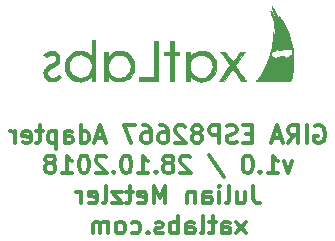
<source format=gbr>
G04 #@! TF.GenerationSoftware,KiCad,Pcbnew,(6.0.0-rc1-dev-557-ge985f797c)*
G04 #@! TF.CreationDate,2018-10-28T11:13:32+01:00*
G04 #@! TF.ProjectId,GIRA ESP8266 Jalousiesteuerung,474952412045535038323636204A616C,1.0*
G04 #@! TF.SameCoordinates,Original*
G04 #@! TF.FileFunction,Legend,Bot*
G04 #@! TF.FilePolarity,Positive*
%FSLAX46Y46*%
G04 Gerber Fmt 4.6, Leading zero omitted, Abs format (unit mm)*
G04 Created by KiCad (PCBNEW (6.0.0-rc1-dev-557-ge985f797c)) date 10/28/18 11:13:32*
%MOMM*%
%LPD*%
G01*
G04 APERTURE LIST*
%ADD10C,0.300000*%
%ADD11C,0.010000*%
G04 APERTURE END LIST*
D10*
X85428571Y-72425000D02*
X85571428Y-72353571D01*
X85785714Y-72353571D01*
X86000000Y-72425000D01*
X86142857Y-72567857D01*
X86214285Y-72710714D01*
X86285714Y-72996428D01*
X86285714Y-73210714D01*
X86214285Y-73496428D01*
X86142857Y-73639285D01*
X86000000Y-73782142D01*
X85785714Y-73853571D01*
X85642857Y-73853571D01*
X85428571Y-73782142D01*
X85357142Y-73710714D01*
X85357142Y-73210714D01*
X85642857Y-73210714D01*
X84714285Y-73853571D02*
X84714285Y-72353571D01*
X83142857Y-73853571D02*
X83642857Y-73139285D01*
X84000000Y-73853571D02*
X84000000Y-72353571D01*
X83428571Y-72353571D01*
X83285714Y-72425000D01*
X83214285Y-72496428D01*
X83142857Y-72639285D01*
X83142857Y-72853571D01*
X83214285Y-72996428D01*
X83285714Y-73067857D01*
X83428571Y-73139285D01*
X84000000Y-73139285D01*
X82571428Y-73425000D02*
X81857142Y-73425000D01*
X82714285Y-73853571D02*
X82214285Y-72353571D01*
X81714285Y-73853571D01*
X80071428Y-73067857D02*
X79571428Y-73067857D01*
X79357142Y-73853571D02*
X80071428Y-73853571D01*
X80071428Y-72353571D01*
X79357142Y-72353571D01*
X78785714Y-73782142D02*
X78571428Y-73853571D01*
X78214285Y-73853571D01*
X78071428Y-73782142D01*
X78000000Y-73710714D01*
X77928571Y-73567857D01*
X77928571Y-73425000D01*
X78000000Y-73282142D01*
X78071428Y-73210714D01*
X78214285Y-73139285D01*
X78500000Y-73067857D01*
X78642857Y-72996428D01*
X78714285Y-72925000D01*
X78785714Y-72782142D01*
X78785714Y-72639285D01*
X78714285Y-72496428D01*
X78642857Y-72425000D01*
X78500000Y-72353571D01*
X78142857Y-72353571D01*
X77928571Y-72425000D01*
X77285714Y-73853571D02*
X77285714Y-72353571D01*
X76714285Y-72353571D01*
X76571428Y-72425000D01*
X76500000Y-72496428D01*
X76428571Y-72639285D01*
X76428571Y-72853571D01*
X76500000Y-72996428D01*
X76571428Y-73067857D01*
X76714285Y-73139285D01*
X77285714Y-73139285D01*
X75571428Y-72996428D02*
X75714285Y-72925000D01*
X75785714Y-72853571D01*
X75857142Y-72710714D01*
X75857142Y-72639285D01*
X75785714Y-72496428D01*
X75714285Y-72425000D01*
X75571428Y-72353571D01*
X75285714Y-72353571D01*
X75142857Y-72425000D01*
X75071428Y-72496428D01*
X75000000Y-72639285D01*
X75000000Y-72710714D01*
X75071428Y-72853571D01*
X75142857Y-72925000D01*
X75285714Y-72996428D01*
X75571428Y-72996428D01*
X75714285Y-73067857D01*
X75785714Y-73139285D01*
X75857142Y-73282142D01*
X75857142Y-73567857D01*
X75785714Y-73710714D01*
X75714285Y-73782142D01*
X75571428Y-73853571D01*
X75285714Y-73853571D01*
X75142857Y-73782142D01*
X75071428Y-73710714D01*
X75000000Y-73567857D01*
X75000000Y-73282142D01*
X75071428Y-73139285D01*
X75142857Y-73067857D01*
X75285714Y-72996428D01*
X74428571Y-72496428D02*
X74357142Y-72425000D01*
X74214285Y-72353571D01*
X73857142Y-72353571D01*
X73714285Y-72425000D01*
X73642857Y-72496428D01*
X73571428Y-72639285D01*
X73571428Y-72782142D01*
X73642857Y-72996428D01*
X74500000Y-73853571D01*
X73571428Y-73853571D01*
X72285714Y-72353571D02*
X72571428Y-72353571D01*
X72714285Y-72425000D01*
X72785714Y-72496428D01*
X72928571Y-72710714D01*
X73000000Y-72996428D01*
X73000000Y-73567857D01*
X72928571Y-73710714D01*
X72857142Y-73782142D01*
X72714285Y-73853571D01*
X72428571Y-73853571D01*
X72285714Y-73782142D01*
X72214285Y-73710714D01*
X72142857Y-73567857D01*
X72142857Y-73210714D01*
X72214285Y-73067857D01*
X72285714Y-72996428D01*
X72428571Y-72925000D01*
X72714285Y-72925000D01*
X72857142Y-72996428D01*
X72928571Y-73067857D01*
X73000000Y-73210714D01*
X70857142Y-72353571D02*
X71142857Y-72353571D01*
X71285714Y-72425000D01*
X71357142Y-72496428D01*
X71500000Y-72710714D01*
X71571428Y-72996428D01*
X71571428Y-73567857D01*
X71500000Y-73710714D01*
X71428571Y-73782142D01*
X71285714Y-73853571D01*
X71000000Y-73853571D01*
X70857142Y-73782142D01*
X70785714Y-73710714D01*
X70714285Y-73567857D01*
X70714285Y-73210714D01*
X70785714Y-73067857D01*
X70857142Y-72996428D01*
X71000000Y-72925000D01*
X71285714Y-72925000D01*
X71428571Y-72996428D01*
X71500000Y-73067857D01*
X71571428Y-73210714D01*
X70214285Y-72353571D02*
X69214285Y-72353571D01*
X69857142Y-73853571D01*
X67571428Y-73425000D02*
X66857142Y-73425000D01*
X67714285Y-73853571D02*
X67214285Y-72353571D01*
X66714285Y-73853571D01*
X65571428Y-73853571D02*
X65571428Y-72353571D01*
X65571428Y-73782142D02*
X65714285Y-73853571D01*
X66000000Y-73853571D01*
X66142857Y-73782142D01*
X66214285Y-73710714D01*
X66285714Y-73567857D01*
X66285714Y-73139285D01*
X66214285Y-72996428D01*
X66142857Y-72925000D01*
X66000000Y-72853571D01*
X65714285Y-72853571D01*
X65571428Y-72925000D01*
X64214285Y-73853571D02*
X64214285Y-73067857D01*
X64285714Y-72925000D01*
X64428571Y-72853571D01*
X64714285Y-72853571D01*
X64857142Y-72925000D01*
X64214285Y-73782142D02*
X64357142Y-73853571D01*
X64714285Y-73853571D01*
X64857142Y-73782142D01*
X64928571Y-73639285D01*
X64928571Y-73496428D01*
X64857142Y-73353571D01*
X64714285Y-73282142D01*
X64357142Y-73282142D01*
X64214285Y-73210714D01*
X63500000Y-72853571D02*
X63500000Y-74353571D01*
X63500000Y-72925000D02*
X63357142Y-72853571D01*
X63071428Y-72853571D01*
X62928571Y-72925000D01*
X62857142Y-72996428D01*
X62785714Y-73139285D01*
X62785714Y-73567857D01*
X62857142Y-73710714D01*
X62928571Y-73782142D01*
X63071428Y-73853571D01*
X63357142Y-73853571D01*
X63500000Y-73782142D01*
X62357142Y-72853571D02*
X61785714Y-72853571D01*
X62142857Y-72353571D02*
X62142857Y-73639285D01*
X62071428Y-73782142D01*
X61928571Y-73853571D01*
X61785714Y-73853571D01*
X60714285Y-73782142D02*
X60857142Y-73853571D01*
X61142857Y-73853571D01*
X61285714Y-73782142D01*
X61357142Y-73639285D01*
X61357142Y-73067857D01*
X61285714Y-72925000D01*
X61142857Y-72853571D01*
X60857142Y-72853571D01*
X60714285Y-72925000D01*
X60642857Y-73067857D01*
X60642857Y-73210714D01*
X61357142Y-73353571D01*
X60000000Y-73853571D02*
X60000000Y-72853571D01*
X60000000Y-73139285D02*
X59928571Y-72996428D01*
X59857142Y-72925000D01*
X59714285Y-72853571D01*
X59571428Y-72853571D01*
X83500000Y-75403571D02*
X83142857Y-76403571D01*
X82785714Y-75403571D01*
X81428571Y-76403571D02*
X82285714Y-76403571D01*
X81857142Y-76403571D02*
X81857142Y-74903571D01*
X82000000Y-75117857D01*
X82142857Y-75260714D01*
X82285714Y-75332142D01*
X80785714Y-76260714D02*
X80714285Y-76332142D01*
X80785714Y-76403571D01*
X80857142Y-76332142D01*
X80785714Y-76260714D01*
X80785714Y-76403571D01*
X79785714Y-74903571D02*
X79642857Y-74903571D01*
X79500000Y-74975000D01*
X79428571Y-75046428D01*
X79357142Y-75189285D01*
X79285714Y-75475000D01*
X79285714Y-75832142D01*
X79357142Y-76117857D01*
X79428571Y-76260714D01*
X79500000Y-76332142D01*
X79642857Y-76403571D01*
X79785714Y-76403571D01*
X79928571Y-76332142D01*
X80000000Y-76260714D01*
X80071428Y-76117857D01*
X80142857Y-75832142D01*
X80142857Y-75475000D01*
X80071428Y-75189285D01*
X80000000Y-75046428D01*
X79928571Y-74975000D01*
X79785714Y-74903571D01*
X76428571Y-74832142D02*
X77714285Y-76760714D01*
X74857142Y-75046428D02*
X74785714Y-74975000D01*
X74642857Y-74903571D01*
X74285714Y-74903571D01*
X74142857Y-74975000D01*
X74071428Y-75046428D01*
X74000000Y-75189285D01*
X74000000Y-75332142D01*
X74071428Y-75546428D01*
X74928571Y-76403571D01*
X74000000Y-76403571D01*
X73142857Y-75546428D02*
X73285714Y-75475000D01*
X73357142Y-75403571D01*
X73428571Y-75260714D01*
X73428571Y-75189285D01*
X73357142Y-75046428D01*
X73285714Y-74975000D01*
X73142857Y-74903571D01*
X72857142Y-74903571D01*
X72714285Y-74975000D01*
X72642857Y-75046428D01*
X72571428Y-75189285D01*
X72571428Y-75260714D01*
X72642857Y-75403571D01*
X72714285Y-75475000D01*
X72857142Y-75546428D01*
X73142857Y-75546428D01*
X73285714Y-75617857D01*
X73357142Y-75689285D01*
X73428571Y-75832142D01*
X73428571Y-76117857D01*
X73357142Y-76260714D01*
X73285714Y-76332142D01*
X73142857Y-76403571D01*
X72857142Y-76403571D01*
X72714285Y-76332142D01*
X72642857Y-76260714D01*
X72571428Y-76117857D01*
X72571428Y-75832142D01*
X72642857Y-75689285D01*
X72714285Y-75617857D01*
X72857142Y-75546428D01*
X71928571Y-76260714D02*
X71857142Y-76332142D01*
X71928571Y-76403571D01*
X72000000Y-76332142D01*
X71928571Y-76260714D01*
X71928571Y-76403571D01*
X70428571Y-76403571D02*
X71285714Y-76403571D01*
X70857142Y-76403571D02*
X70857142Y-74903571D01*
X71000000Y-75117857D01*
X71142857Y-75260714D01*
X71285714Y-75332142D01*
X69500000Y-74903571D02*
X69357142Y-74903571D01*
X69214285Y-74975000D01*
X69142857Y-75046428D01*
X69071428Y-75189285D01*
X69000000Y-75475000D01*
X69000000Y-75832142D01*
X69071428Y-76117857D01*
X69142857Y-76260714D01*
X69214285Y-76332142D01*
X69357142Y-76403571D01*
X69500000Y-76403571D01*
X69642857Y-76332142D01*
X69714285Y-76260714D01*
X69785714Y-76117857D01*
X69857142Y-75832142D01*
X69857142Y-75475000D01*
X69785714Y-75189285D01*
X69714285Y-75046428D01*
X69642857Y-74975000D01*
X69500000Y-74903571D01*
X68357142Y-76260714D02*
X68285714Y-76332142D01*
X68357142Y-76403571D01*
X68428571Y-76332142D01*
X68357142Y-76260714D01*
X68357142Y-76403571D01*
X67714285Y-75046428D02*
X67642857Y-74975000D01*
X67500000Y-74903571D01*
X67142857Y-74903571D01*
X67000000Y-74975000D01*
X66928571Y-75046428D01*
X66857142Y-75189285D01*
X66857142Y-75332142D01*
X66928571Y-75546428D01*
X67785714Y-76403571D01*
X66857142Y-76403571D01*
X65928571Y-74903571D02*
X65785714Y-74903571D01*
X65642857Y-74975000D01*
X65571428Y-75046428D01*
X65500000Y-75189285D01*
X65428571Y-75475000D01*
X65428571Y-75832142D01*
X65500000Y-76117857D01*
X65571428Y-76260714D01*
X65642857Y-76332142D01*
X65785714Y-76403571D01*
X65928571Y-76403571D01*
X66071428Y-76332142D01*
X66142857Y-76260714D01*
X66214285Y-76117857D01*
X66285714Y-75832142D01*
X66285714Y-75475000D01*
X66214285Y-75189285D01*
X66142857Y-75046428D01*
X66071428Y-74975000D01*
X65928571Y-74903571D01*
X64000000Y-76403571D02*
X64857142Y-76403571D01*
X64428571Y-76403571D02*
X64428571Y-74903571D01*
X64571428Y-75117857D01*
X64714285Y-75260714D01*
X64857142Y-75332142D01*
X63142857Y-75546428D02*
X63285714Y-75475000D01*
X63357142Y-75403571D01*
X63428571Y-75260714D01*
X63428571Y-75189285D01*
X63357142Y-75046428D01*
X63285714Y-74975000D01*
X63142857Y-74903571D01*
X62857142Y-74903571D01*
X62714285Y-74975000D01*
X62642857Y-75046428D01*
X62571428Y-75189285D01*
X62571428Y-75260714D01*
X62642857Y-75403571D01*
X62714285Y-75475000D01*
X62857142Y-75546428D01*
X63142857Y-75546428D01*
X63285714Y-75617857D01*
X63357142Y-75689285D01*
X63428571Y-75832142D01*
X63428571Y-76117857D01*
X63357142Y-76260714D01*
X63285714Y-76332142D01*
X63142857Y-76403571D01*
X62857142Y-76403571D01*
X62714285Y-76332142D01*
X62642857Y-76260714D01*
X62571428Y-76117857D01*
X62571428Y-75832142D01*
X62642857Y-75689285D01*
X62714285Y-75617857D01*
X62857142Y-75546428D01*
X80178571Y-77453571D02*
X80178571Y-78525000D01*
X80250000Y-78739285D01*
X80392857Y-78882142D01*
X80607142Y-78953571D01*
X80750000Y-78953571D01*
X78821428Y-77953571D02*
X78821428Y-78953571D01*
X79464285Y-77953571D02*
X79464285Y-78739285D01*
X79392857Y-78882142D01*
X79250000Y-78953571D01*
X79035714Y-78953571D01*
X78892857Y-78882142D01*
X78821428Y-78810714D01*
X77892857Y-78953571D02*
X78035714Y-78882142D01*
X78107142Y-78739285D01*
X78107142Y-77453571D01*
X77321428Y-78953571D02*
X77321428Y-77953571D01*
X77321428Y-77453571D02*
X77392857Y-77525000D01*
X77321428Y-77596428D01*
X77250000Y-77525000D01*
X77321428Y-77453571D01*
X77321428Y-77596428D01*
X75964285Y-78953571D02*
X75964285Y-78167857D01*
X76035714Y-78025000D01*
X76178571Y-77953571D01*
X76464285Y-77953571D01*
X76607142Y-78025000D01*
X75964285Y-78882142D02*
X76107142Y-78953571D01*
X76464285Y-78953571D01*
X76607142Y-78882142D01*
X76678571Y-78739285D01*
X76678571Y-78596428D01*
X76607142Y-78453571D01*
X76464285Y-78382142D01*
X76107142Y-78382142D01*
X75964285Y-78310714D01*
X75250000Y-77953571D02*
X75250000Y-78953571D01*
X75250000Y-78096428D02*
X75178571Y-78025000D01*
X75035714Y-77953571D01*
X74821428Y-77953571D01*
X74678571Y-78025000D01*
X74607142Y-78167857D01*
X74607142Y-78953571D01*
X72750000Y-78953571D02*
X72750000Y-77453571D01*
X72250000Y-78525000D01*
X71750000Y-77453571D01*
X71750000Y-78953571D01*
X70464285Y-78882142D02*
X70607142Y-78953571D01*
X70892857Y-78953571D01*
X71035714Y-78882142D01*
X71107142Y-78739285D01*
X71107142Y-78167857D01*
X71035714Y-78025000D01*
X70892857Y-77953571D01*
X70607142Y-77953571D01*
X70464285Y-78025000D01*
X70392857Y-78167857D01*
X70392857Y-78310714D01*
X71107142Y-78453571D01*
X69964285Y-77953571D02*
X69392857Y-77953571D01*
X69750000Y-77453571D02*
X69750000Y-78739285D01*
X69678571Y-78882142D01*
X69535714Y-78953571D01*
X69392857Y-78953571D01*
X69035714Y-77953571D02*
X68250000Y-77953571D01*
X69035714Y-78953571D01*
X68250000Y-78953571D01*
X67464285Y-78953571D02*
X67607142Y-78882142D01*
X67678571Y-78739285D01*
X67678571Y-77453571D01*
X66321428Y-78882142D02*
X66464285Y-78953571D01*
X66750000Y-78953571D01*
X66892857Y-78882142D01*
X66964285Y-78739285D01*
X66964285Y-78167857D01*
X66892857Y-78025000D01*
X66750000Y-77953571D01*
X66464285Y-77953571D01*
X66321428Y-78025000D01*
X66250000Y-78167857D01*
X66250000Y-78310714D01*
X66964285Y-78453571D01*
X65607142Y-78953571D02*
X65607142Y-77953571D01*
X65607142Y-78239285D02*
X65535714Y-78096428D01*
X65464285Y-78025000D01*
X65321428Y-77953571D01*
X65178571Y-77953571D01*
X79535714Y-81503571D02*
X78750000Y-80503571D01*
X79535714Y-80503571D02*
X78750000Y-81503571D01*
X77535714Y-81503571D02*
X77535714Y-80717857D01*
X77607142Y-80575000D01*
X77750000Y-80503571D01*
X78035714Y-80503571D01*
X78178571Y-80575000D01*
X77535714Y-81432142D02*
X77678571Y-81503571D01*
X78035714Y-81503571D01*
X78178571Y-81432142D01*
X78250000Y-81289285D01*
X78250000Y-81146428D01*
X78178571Y-81003571D01*
X78035714Y-80932142D01*
X77678571Y-80932142D01*
X77535714Y-80860714D01*
X77035714Y-80503571D02*
X76464285Y-80503571D01*
X76821428Y-80003571D02*
X76821428Y-81289285D01*
X76750000Y-81432142D01*
X76607142Y-81503571D01*
X76464285Y-81503571D01*
X75750000Y-81503571D02*
X75892857Y-81432142D01*
X75964285Y-81289285D01*
X75964285Y-80003571D01*
X74535714Y-81503571D02*
X74535714Y-80717857D01*
X74607142Y-80575000D01*
X74750000Y-80503571D01*
X75035714Y-80503571D01*
X75178571Y-80575000D01*
X74535714Y-81432142D02*
X74678571Y-81503571D01*
X75035714Y-81503571D01*
X75178571Y-81432142D01*
X75250000Y-81289285D01*
X75250000Y-81146428D01*
X75178571Y-81003571D01*
X75035714Y-80932142D01*
X74678571Y-80932142D01*
X74535714Y-80860714D01*
X73821428Y-81503571D02*
X73821428Y-80003571D01*
X73821428Y-80575000D02*
X73678571Y-80503571D01*
X73392857Y-80503571D01*
X73250000Y-80575000D01*
X73178571Y-80646428D01*
X73107142Y-80789285D01*
X73107142Y-81217857D01*
X73178571Y-81360714D01*
X73250000Y-81432142D01*
X73392857Y-81503571D01*
X73678571Y-81503571D01*
X73821428Y-81432142D01*
X72535714Y-81432142D02*
X72392857Y-81503571D01*
X72107142Y-81503571D01*
X71964285Y-81432142D01*
X71892857Y-81289285D01*
X71892857Y-81217857D01*
X71964285Y-81075000D01*
X72107142Y-81003571D01*
X72321428Y-81003571D01*
X72464285Y-80932142D01*
X72535714Y-80789285D01*
X72535714Y-80717857D01*
X72464285Y-80575000D01*
X72321428Y-80503571D01*
X72107142Y-80503571D01*
X71964285Y-80575000D01*
X71250000Y-81360714D02*
X71178571Y-81432142D01*
X71250000Y-81503571D01*
X71321428Y-81432142D01*
X71250000Y-81360714D01*
X71250000Y-81503571D01*
X69892857Y-81432142D02*
X70035714Y-81503571D01*
X70321428Y-81503571D01*
X70464285Y-81432142D01*
X70535714Y-81360714D01*
X70607142Y-81217857D01*
X70607142Y-80789285D01*
X70535714Y-80646428D01*
X70464285Y-80575000D01*
X70321428Y-80503571D01*
X70035714Y-80503571D01*
X69892857Y-80575000D01*
X69035714Y-81503571D02*
X69178571Y-81432142D01*
X69250000Y-81360714D01*
X69321428Y-81217857D01*
X69321428Y-80789285D01*
X69250000Y-80646428D01*
X69178571Y-80575000D01*
X69035714Y-80503571D01*
X68821428Y-80503571D01*
X68678571Y-80575000D01*
X68607142Y-80646428D01*
X68535714Y-80789285D01*
X68535714Y-81217857D01*
X68607142Y-81360714D01*
X68678571Y-81432142D01*
X68821428Y-81503571D01*
X69035714Y-81503571D01*
X67892857Y-81503571D02*
X67892857Y-80503571D01*
X67892857Y-80646428D02*
X67821428Y-80575000D01*
X67678571Y-80503571D01*
X67464285Y-80503571D01*
X67321428Y-80575000D01*
X67250000Y-80717857D01*
X67250000Y-81503571D01*
X67250000Y-80717857D02*
X67178571Y-80575000D01*
X67035714Y-80503571D01*
X66821428Y-80503571D01*
X66678571Y-80575000D01*
X66607142Y-80717857D01*
X66607142Y-81503571D01*
D11*
G04 #@! TO.C,G\002A\002A\002A*
G36*
X81739450Y-62233992D02*
X81749789Y-62273334D01*
X81775379Y-62346902D01*
X81796619Y-62405006D01*
X81845318Y-62542519D01*
X81895395Y-62693290D01*
X81945298Y-62851687D01*
X81993473Y-63012075D01*
X82038369Y-63168822D01*
X82078431Y-63316295D01*
X82112109Y-63448860D01*
X82137848Y-63560884D01*
X82154096Y-63646735D01*
X82159302Y-63700779D01*
X82157384Y-63713860D01*
X82148549Y-63718188D01*
X82145671Y-63700984D01*
X82137211Y-63655642D01*
X82116445Y-63580526D01*
X82086646Y-63485225D01*
X82051087Y-63379326D01*
X82013042Y-63272419D01*
X81975784Y-63174092D01*
X81942584Y-63093934D01*
X81927249Y-63061083D01*
X81896501Y-63005498D01*
X81853280Y-62934913D01*
X81803245Y-62857659D01*
X81752056Y-62782071D01*
X81705371Y-62716480D01*
X81668848Y-62669218D01*
X81648146Y-62648618D01*
X81646941Y-62648333D01*
X81651048Y-62667129D01*
X81666638Y-62718653D01*
X81691404Y-62795609D01*
X81723035Y-62890701D01*
X81732341Y-62918208D01*
X81827444Y-63236198D01*
X81907351Y-63580791D01*
X81969590Y-63938213D01*
X82011693Y-64294694D01*
X82029382Y-64574500D01*
X82040380Y-64881417D01*
X81996339Y-64758680D01*
X81961027Y-64672403D01*
X81918768Y-64585676D01*
X81894691Y-64543390D01*
X81837083Y-64450835D01*
X81836676Y-64856626D01*
X81834065Y-65058124D01*
X81825688Y-65237119D01*
X81810076Y-65406272D01*
X81785760Y-65578246D01*
X81751272Y-65765700D01*
X81707336Y-65971500D01*
X81590986Y-66423341D01*
X81448466Y-66850476D01*
X81275819Y-67264234D01*
X81200947Y-67421417D01*
X81009725Y-67777071D01*
X80801191Y-68100858D01*
X80580917Y-68388151D01*
X80506465Y-68480013D01*
X80458696Y-68545099D01*
X80435114Y-68587302D01*
X80433224Y-68610516D01*
X80436161Y-68614078D01*
X80477369Y-68623157D01*
X80497930Y-68614995D01*
X80526547Y-68610930D01*
X80595531Y-68607454D01*
X80702920Y-68604586D01*
X80846752Y-68602347D01*
X81025065Y-68600756D01*
X81235897Y-68599832D01*
X81477285Y-68599595D01*
X81747267Y-68600064D01*
X81931811Y-68600734D01*
X83329460Y-68606750D01*
X83360675Y-68511500D01*
X83394863Y-68394650D01*
X83431460Y-68248138D01*
X83467762Y-68084324D01*
X83501069Y-67915570D01*
X83528677Y-67754236D01*
X83534191Y-67717750D01*
X83549852Y-67577847D01*
X83561550Y-67404971D01*
X83569288Y-67208294D01*
X83573073Y-66996989D01*
X83572908Y-66780231D01*
X83568798Y-66567192D01*
X83560749Y-66367045D01*
X83557779Y-66322914D01*
X83477500Y-66322914D01*
X83459624Y-66350296D01*
X83415049Y-66379671D01*
X83398125Y-66387379D01*
X83338030Y-66418112D01*
X83263441Y-66464312D01*
X83205486Y-66505016D01*
X83111974Y-66564359D01*
X83027579Y-66597556D01*
X83008457Y-66601171D01*
X82949113Y-66603968D01*
X82904522Y-66587685D01*
X82857138Y-66548288D01*
X82802102Y-66501780D01*
X82750698Y-66476273D01*
X82691945Y-66470493D01*
X82614861Y-66483164D01*
X82520889Y-66509244D01*
X82362536Y-66556365D01*
X82238533Y-66591011D01*
X82142936Y-66613685D01*
X82069802Y-66624892D01*
X82013187Y-66625136D01*
X81967145Y-66614923D01*
X81925735Y-66594757D01*
X81883012Y-66565143D01*
X81880938Y-66563578D01*
X81822033Y-66526162D01*
X81768319Y-66503632D01*
X81749895Y-66500667D01*
X81706089Y-66491566D01*
X81687868Y-66477803D01*
X81687232Y-66449049D01*
X81696509Y-66389053D01*
X81713977Y-66307273D01*
X81732196Y-66234386D01*
X81759001Y-66136351D01*
X81779456Y-66072390D01*
X81797007Y-66035393D01*
X81815099Y-66018249D01*
X81837179Y-66013848D01*
X81839078Y-66013833D01*
X81882604Y-66022138D01*
X81900583Y-66035000D01*
X81935214Y-66055663D01*
X81989018Y-66043419D01*
X82056698Y-65999901D01*
X82080547Y-65979523D01*
X82165382Y-65902879D01*
X82275004Y-65950037D01*
X82397543Y-65984582D01*
X82509556Y-65978610D01*
X82609972Y-65932193D01*
X82615767Y-65928003D01*
X82645834Y-65907366D01*
X82674689Y-65895142D01*
X82712082Y-65890622D01*
X82767763Y-65893098D01*
X82851483Y-65901859D01*
X82898813Y-65907416D01*
X83019565Y-65919834D01*
X83109042Y-65922884D01*
X83177580Y-65914978D01*
X83235518Y-65894527D01*
X83293191Y-65859942D01*
X83316579Y-65843211D01*
X83365908Y-65808813D01*
X83398984Y-65789282D01*
X83406338Y-65787449D01*
X83411202Y-65809391D01*
X83419814Y-65863578D01*
X83430872Y-65940224D01*
X83443076Y-66029544D01*
X83455125Y-66121750D01*
X83465720Y-66207058D01*
X83473558Y-66275680D01*
X83477340Y-66317831D01*
X83477500Y-66322914D01*
X83557779Y-66322914D01*
X83548764Y-66188964D01*
X83533328Y-66045583D01*
X83448110Y-65543493D01*
X83334113Y-65065179D01*
X83192069Y-64612715D01*
X83022709Y-64188175D01*
X82826767Y-63793632D01*
X82615276Y-63446417D01*
X82526130Y-63314840D01*
X82458664Y-63217739D01*
X82411930Y-63153815D01*
X82384978Y-63121767D01*
X82376833Y-63119605D01*
X82383977Y-63143022D01*
X82403162Y-63196603D01*
X82431020Y-63271082D01*
X82449069Y-63318251D01*
X82523829Y-63545013D01*
X82572272Y-63774546D01*
X82597976Y-64024006D01*
X82598632Y-64035554D01*
X82610249Y-64246417D01*
X82534587Y-63971435D01*
X82476121Y-63778986D01*
X82184662Y-63778986D01*
X82180771Y-63806439D01*
X82173545Y-63806767D01*
X82168492Y-63778438D01*
X82171874Y-63766198D01*
X82181273Y-63758180D01*
X82184662Y-63778986D01*
X82476121Y-63778986D01*
X82443283Y-63670900D01*
X82335205Y-63368470D01*
X82214480Y-63073867D01*
X82085237Y-62796815D01*
X81951604Y-62547038D01*
X81878538Y-62426083D01*
X81813906Y-62324923D01*
X81770112Y-62259427D01*
X81745759Y-62229237D01*
X81739450Y-62233992D01*
X81739450Y-62233992D01*
G37*
X81739450Y-62233992D02*
X81749789Y-62273334D01*
X81775379Y-62346902D01*
X81796619Y-62405006D01*
X81845318Y-62542519D01*
X81895395Y-62693290D01*
X81945298Y-62851687D01*
X81993473Y-63012075D01*
X82038369Y-63168822D01*
X82078431Y-63316295D01*
X82112109Y-63448860D01*
X82137848Y-63560884D01*
X82154096Y-63646735D01*
X82159302Y-63700779D01*
X82157384Y-63713860D01*
X82148549Y-63718188D01*
X82145671Y-63700984D01*
X82137211Y-63655642D01*
X82116445Y-63580526D01*
X82086646Y-63485225D01*
X82051087Y-63379326D01*
X82013042Y-63272419D01*
X81975784Y-63174092D01*
X81942584Y-63093934D01*
X81927249Y-63061083D01*
X81896501Y-63005498D01*
X81853280Y-62934913D01*
X81803245Y-62857659D01*
X81752056Y-62782071D01*
X81705371Y-62716480D01*
X81668848Y-62669218D01*
X81648146Y-62648618D01*
X81646941Y-62648333D01*
X81651048Y-62667129D01*
X81666638Y-62718653D01*
X81691404Y-62795609D01*
X81723035Y-62890701D01*
X81732341Y-62918208D01*
X81827444Y-63236198D01*
X81907351Y-63580791D01*
X81969590Y-63938213D01*
X82011693Y-64294694D01*
X82029382Y-64574500D01*
X82040380Y-64881417D01*
X81996339Y-64758680D01*
X81961027Y-64672403D01*
X81918768Y-64585676D01*
X81894691Y-64543390D01*
X81837083Y-64450835D01*
X81836676Y-64856626D01*
X81834065Y-65058124D01*
X81825688Y-65237119D01*
X81810076Y-65406272D01*
X81785760Y-65578246D01*
X81751272Y-65765700D01*
X81707336Y-65971500D01*
X81590986Y-66423341D01*
X81448466Y-66850476D01*
X81275819Y-67264234D01*
X81200947Y-67421417D01*
X81009725Y-67777071D01*
X80801191Y-68100858D01*
X80580917Y-68388151D01*
X80506465Y-68480013D01*
X80458696Y-68545099D01*
X80435114Y-68587302D01*
X80433224Y-68610516D01*
X80436161Y-68614078D01*
X80477369Y-68623157D01*
X80497930Y-68614995D01*
X80526547Y-68610930D01*
X80595531Y-68607454D01*
X80702920Y-68604586D01*
X80846752Y-68602347D01*
X81025065Y-68600756D01*
X81235897Y-68599832D01*
X81477285Y-68599595D01*
X81747267Y-68600064D01*
X81931811Y-68600734D01*
X83329460Y-68606750D01*
X83360675Y-68511500D01*
X83394863Y-68394650D01*
X83431460Y-68248138D01*
X83467762Y-68084324D01*
X83501069Y-67915570D01*
X83528677Y-67754236D01*
X83534191Y-67717750D01*
X83549852Y-67577847D01*
X83561550Y-67404971D01*
X83569288Y-67208294D01*
X83573073Y-66996989D01*
X83572908Y-66780231D01*
X83568798Y-66567192D01*
X83560749Y-66367045D01*
X83557779Y-66322914D01*
X83477500Y-66322914D01*
X83459624Y-66350296D01*
X83415049Y-66379671D01*
X83398125Y-66387379D01*
X83338030Y-66418112D01*
X83263441Y-66464312D01*
X83205486Y-66505016D01*
X83111974Y-66564359D01*
X83027579Y-66597556D01*
X83008457Y-66601171D01*
X82949113Y-66603968D01*
X82904522Y-66587685D01*
X82857138Y-66548288D01*
X82802102Y-66501780D01*
X82750698Y-66476273D01*
X82691945Y-66470493D01*
X82614861Y-66483164D01*
X82520889Y-66509244D01*
X82362536Y-66556365D01*
X82238533Y-66591011D01*
X82142936Y-66613685D01*
X82069802Y-66624892D01*
X82013187Y-66625136D01*
X81967145Y-66614923D01*
X81925735Y-66594757D01*
X81883012Y-66565143D01*
X81880938Y-66563578D01*
X81822033Y-66526162D01*
X81768319Y-66503632D01*
X81749895Y-66500667D01*
X81706089Y-66491566D01*
X81687868Y-66477803D01*
X81687232Y-66449049D01*
X81696509Y-66389053D01*
X81713977Y-66307273D01*
X81732196Y-66234386D01*
X81759001Y-66136351D01*
X81779456Y-66072390D01*
X81797007Y-66035393D01*
X81815099Y-66018249D01*
X81837179Y-66013848D01*
X81839078Y-66013833D01*
X81882604Y-66022138D01*
X81900583Y-66035000D01*
X81935214Y-66055663D01*
X81989018Y-66043419D01*
X82056698Y-65999901D01*
X82080547Y-65979523D01*
X82165382Y-65902879D01*
X82275004Y-65950037D01*
X82397543Y-65984582D01*
X82509556Y-65978610D01*
X82609972Y-65932193D01*
X82615767Y-65928003D01*
X82645834Y-65907366D01*
X82674689Y-65895142D01*
X82712082Y-65890622D01*
X82767763Y-65893098D01*
X82851483Y-65901859D01*
X82898813Y-65907416D01*
X83019565Y-65919834D01*
X83109042Y-65922884D01*
X83177580Y-65914978D01*
X83235518Y-65894527D01*
X83293191Y-65859942D01*
X83316579Y-65843211D01*
X83365908Y-65808813D01*
X83398984Y-65789282D01*
X83406338Y-65787449D01*
X83411202Y-65809391D01*
X83419814Y-65863578D01*
X83430872Y-65940224D01*
X83443076Y-66029544D01*
X83455125Y-66121750D01*
X83465720Y-66207058D01*
X83473558Y-66275680D01*
X83477340Y-66317831D01*
X83477500Y-66322914D01*
X83557779Y-66322914D01*
X83548764Y-66188964D01*
X83533328Y-66045583D01*
X83448110Y-65543493D01*
X83334113Y-65065179D01*
X83192069Y-64612715D01*
X83022709Y-64188175D01*
X82826767Y-63793632D01*
X82615276Y-63446417D01*
X82526130Y-63314840D01*
X82458664Y-63217739D01*
X82411930Y-63153815D01*
X82384978Y-63121767D01*
X82376833Y-63119605D01*
X82383977Y-63143022D01*
X82403162Y-63196603D01*
X82431020Y-63271082D01*
X82449069Y-63318251D01*
X82523829Y-63545013D01*
X82572272Y-63774546D01*
X82597976Y-64024006D01*
X82598632Y-64035554D01*
X82610249Y-64246417D01*
X82534587Y-63971435D01*
X82476121Y-63778986D01*
X82184662Y-63778986D01*
X82180771Y-63806439D01*
X82173545Y-63806767D01*
X82168492Y-63778438D01*
X82171874Y-63766198D01*
X82181273Y-63758180D01*
X82184662Y-63778986D01*
X82476121Y-63778986D01*
X82443283Y-63670900D01*
X82335205Y-63368470D01*
X82214480Y-63073867D01*
X82085237Y-62796815D01*
X81951604Y-62547038D01*
X81878538Y-62426083D01*
X81813906Y-62324923D01*
X81770112Y-62259427D01*
X81745759Y-62229237D01*
X81739450Y-62233992D01*
G36*
X75606512Y-66049865D02*
X75396980Y-66101885D01*
X75200957Y-66193519D01*
X75020323Y-66324221D01*
X74953287Y-66386831D01*
X74799167Y-66540951D01*
X74799167Y-66098500D01*
X74481667Y-66098500D01*
X74481667Y-68575000D01*
X74799167Y-68575000D01*
X74799167Y-68169083D01*
X74937219Y-68295582D01*
X75123937Y-68439594D01*
X75326284Y-68545311D01*
X75540769Y-68611854D01*
X75763901Y-68638347D01*
X75992190Y-68623909D01*
X76129253Y-68595480D01*
X76287197Y-68542644D01*
X76430309Y-68468326D01*
X76569242Y-68366082D01*
X76685440Y-68258950D01*
X76836058Y-68085062D01*
X76947125Y-67900385D01*
X77020436Y-67700568D01*
X77057790Y-67481262D01*
X77061963Y-67383471D01*
X76740252Y-67383471D01*
X76737946Y-67415594D01*
X76700492Y-67614573D01*
X76627561Y-67799266D01*
X76523081Y-67964918D01*
X76390978Y-68106774D01*
X76235179Y-68220077D01*
X76059612Y-68300075D01*
X75990882Y-68320167D01*
X75896159Y-68333462D01*
X75776811Y-68335454D01*
X75648711Y-68327162D01*
X75527733Y-68309608D01*
X75430614Y-68284126D01*
X75248388Y-68196672D01*
X75092280Y-68076238D01*
X74964376Y-67924694D01*
X74893386Y-67802417D01*
X74824797Y-67622024D01*
X74793890Y-67433180D01*
X74799579Y-67228833D01*
X74801901Y-67209019D01*
X74846006Y-67013433D01*
X74924666Y-66837501D01*
X75033544Y-66684164D01*
X75168300Y-66556363D01*
X75324597Y-66457039D01*
X75498095Y-66389131D01*
X75684456Y-66355581D01*
X75879342Y-66359329D01*
X76017095Y-66385351D01*
X76194694Y-66452622D01*
X76353944Y-66554165D01*
X76490995Y-66684480D01*
X76601999Y-66838069D01*
X76683109Y-67009430D01*
X76730476Y-67193064D01*
X76740252Y-67383471D01*
X77061963Y-67383471D01*
X77063687Y-67343083D01*
X77058130Y-67182534D01*
X77038227Y-67045401D01*
X77000043Y-66914068D01*
X76939639Y-66770919D01*
X76932398Y-66755640D01*
X76821005Y-66569637D01*
X76676862Y-66403935D01*
X76506436Y-66263632D01*
X76316195Y-66153826D01*
X76112606Y-66079615D01*
X76058583Y-66066843D01*
X75827673Y-66038003D01*
X75606512Y-66049865D01*
X75606512Y-66049865D01*
G37*
X75606512Y-66049865D02*
X75396980Y-66101885D01*
X75200957Y-66193519D01*
X75020323Y-66324221D01*
X74953287Y-66386831D01*
X74799167Y-66540951D01*
X74799167Y-66098500D01*
X74481667Y-66098500D01*
X74481667Y-68575000D01*
X74799167Y-68575000D01*
X74799167Y-68169083D01*
X74937219Y-68295582D01*
X75123937Y-68439594D01*
X75326284Y-68545311D01*
X75540769Y-68611854D01*
X75763901Y-68638347D01*
X75992190Y-68623909D01*
X76129253Y-68595480D01*
X76287197Y-68542644D01*
X76430309Y-68468326D01*
X76569242Y-68366082D01*
X76685440Y-68258950D01*
X76836058Y-68085062D01*
X76947125Y-67900385D01*
X77020436Y-67700568D01*
X77057790Y-67481262D01*
X77061963Y-67383471D01*
X76740252Y-67383471D01*
X76737946Y-67415594D01*
X76700492Y-67614573D01*
X76627561Y-67799266D01*
X76523081Y-67964918D01*
X76390978Y-68106774D01*
X76235179Y-68220077D01*
X76059612Y-68300075D01*
X75990882Y-68320167D01*
X75896159Y-68333462D01*
X75776811Y-68335454D01*
X75648711Y-68327162D01*
X75527733Y-68309608D01*
X75430614Y-68284126D01*
X75248388Y-68196672D01*
X75092280Y-68076238D01*
X74964376Y-67924694D01*
X74893386Y-67802417D01*
X74824797Y-67622024D01*
X74793890Y-67433180D01*
X74799579Y-67228833D01*
X74801901Y-67209019D01*
X74846006Y-67013433D01*
X74924666Y-66837501D01*
X75033544Y-66684164D01*
X75168300Y-66556363D01*
X75324597Y-66457039D01*
X75498095Y-66389131D01*
X75684456Y-66355581D01*
X75879342Y-66359329D01*
X76017095Y-66385351D01*
X76194694Y-66452622D01*
X76353944Y-66554165D01*
X76490995Y-66684480D01*
X76601999Y-66838069D01*
X76683109Y-67009430D01*
X76730476Y-67193064D01*
X76740252Y-67383471D01*
X77061963Y-67383471D01*
X77063687Y-67343083D01*
X77058130Y-67182534D01*
X77038227Y-67045401D01*
X77000043Y-66914068D01*
X76939639Y-66770919D01*
X76932398Y-66755640D01*
X76821005Y-66569637D01*
X76676862Y-66403935D01*
X76506436Y-66263632D01*
X76316195Y-66153826D01*
X76112606Y-66079615D01*
X76058583Y-66066843D01*
X75827673Y-66038003D01*
X75606512Y-66049865D01*
G36*
X68741418Y-66042453D02*
X68531428Y-66082238D01*
X68331618Y-66160002D01*
X68146404Y-66275008D01*
X68018657Y-66386331D01*
X67877667Y-66527321D01*
X67877667Y-66098500D01*
X67560167Y-66098500D01*
X67560167Y-68575000D01*
X67877667Y-68575000D01*
X67877667Y-68166123D01*
X68009958Y-68292761D01*
X68165148Y-68424729D01*
X68320748Y-68520354D01*
X68486721Y-68583832D01*
X68673026Y-68619362D01*
X68809000Y-68629428D01*
X68981828Y-68629482D01*
X69123342Y-68615660D01*
X69162997Y-68607905D01*
X69359669Y-68542035D01*
X69544888Y-68439115D01*
X69713794Y-68303913D01*
X69861525Y-68141196D01*
X69983222Y-67955732D01*
X70074025Y-67752287D01*
X70092108Y-67696583D01*
X70118799Y-67566437D01*
X70131332Y-67412061D01*
X70130459Y-67314730D01*
X69802207Y-67314730D01*
X69799037Y-67401141D01*
X69791424Y-67505820D01*
X69778583Y-67585876D01*
X69756226Y-67659011D01*
X69720065Y-67742926D01*
X69712199Y-67759616D01*
X69630247Y-67901221D01*
X69526434Y-68033382D01*
X69410568Y-68145128D01*
X69298883Y-68222047D01*
X69119432Y-68296721D01*
X68927439Y-68334972D01*
X68732714Y-68335572D01*
X68590842Y-68310593D01*
X68397088Y-68239882D01*
X68229214Y-68137076D01*
X68089556Y-68005260D01*
X67980447Y-67847521D01*
X67904225Y-67666945D01*
X67863224Y-67466620D01*
X67856500Y-67340155D01*
X67876031Y-67139791D01*
X67932056Y-66954319D01*
X68020729Y-66787323D01*
X68138200Y-66642387D01*
X68280621Y-66523095D01*
X68444144Y-66433031D01*
X68624920Y-66375778D01*
X68819101Y-66354920D01*
X68910695Y-66358435D01*
X69107197Y-66395238D01*
X69287902Y-66469317D01*
X69448597Y-66577227D01*
X69585067Y-66715525D01*
X69693099Y-66880769D01*
X69764490Y-67056061D01*
X69787636Y-67143252D01*
X69799618Y-67223572D01*
X69802207Y-67314730D01*
X70130459Y-67314730D01*
X70129870Y-67249063D01*
X70114575Y-67093051D01*
X70085609Y-66959633D01*
X70084408Y-66955750D01*
X69999058Y-66751339D01*
X69878007Y-66561379D01*
X69727094Y-66392560D01*
X69552155Y-66251568D01*
X69388318Y-66158312D01*
X69174278Y-66079755D01*
X68957173Y-66041380D01*
X68741418Y-66042453D01*
X68741418Y-66042453D01*
G37*
X68741418Y-66042453D02*
X68531428Y-66082238D01*
X68331618Y-66160002D01*
X68146404Y-66275008D01*
X68018657Y-66386331D01*
X67877667Y-66527321D01*
X67877667Y-66098500D01*
X67560167Y-66098500D01*
X67560167Y-68575000D01*
X67877667Y-68575000D01*
X67877667Y-68166123D01*
X68009958Y-68292761D01*
X68165148Y-68424729D01*
X68320748Y-68520354D01*
X68486721Y-68583832D01*
X68673026Y-68619362D01*
X68809000Y-68629428D01*
X68981828Y-68629482D01*
X69123342Y-68615660D01*
X69162997Y-68607905D01*
X69359669Y-68542035D01*
X69544888Y-68439115D01*
X69713794Y-68303913D01*
X69861525Y-68141196D01*
X69983222Y-67955732D01*
X70074025Y-67752287D01*
X70092108Y-67696583D01*
X70118799Y-67566437D01*
X70131332Y-67412061D01*
X70130459Y-67314730D01*
X69802207Y-67314730D01*
X69799037Y-67401141D01*
X69791424Y-67505820D01*
X69778583Y-67585876D01*
X69756226Y-67659011D01*
X69720065Y-67742926D01*
X69712199Y-67759616D01*
X69630247Y-67901221D01*
X69526434Y-68033382D01*
X69410568Y-68145128D01*
X69298883Y-68222047D01*
X69119432Y-68296721D01*
X68927439Y-68334972D01*
X68732714Y-68335572D01*
X68590842Y-68310593D01*
X68397088Y-68239882D01*
X68229214Y-68137076D01*
X68089556Y-68005260D01*
X67980447Y-67847521D01*
X67904225Y-67666945D01*
X67863224Y-67466620D01*
X67856500Y-67340155D01*
X67876031Y-67139791D01*
X67932056Y-66954319D01*
X68020729Y-66787323D01*
X68138200Y-66642387D01*
X68280621Y-66523095D01*
X68444144Y-66433031D01*
X68624920Y-66375778D01*
X68819101Y-66354920D01*
X68910695Y-66358435D01*
X69107197Y-66395238D01*
X69287902Y-66469317D01*
X69448597Y-66577227D01*
X69585067Y-66715525D01*
X69693099Y-66880769D01*
X69764490Y-67056061D01*
X69787636Y-67143252D01*
X69799618Y-67223572D01*
X69802207Y-67314730D01*
X70130459Y-67314730D01*
X70129870Y-67249063D01*
X70114575Y-67093051D01*
X70085609Y-66959633D01*
X70084408Y-66955750D01*
X69999058Y-66751339D01*
X69878007Y-66561379D01*
X69727094Y-66392560D01*
X69552155Y-66251568D01*
X69388318Y-66158312D01*
X69174278Y-66079755D01*
X68957173Y-66041380D01*
X68741418Y-66042453D01*
G36*
X66501833Y-66512041D02*
X66364455Y-66380611D01*
X66191874Y-66243080D01*
X66001663Y-66140568D01*
X65799141Y-66073264D01*
X65589630Y-66041357D01*
X65378448Y-66045035D01*
X65170916Y-66084488D01*
X64972354Y-66159904D01*
X64788081Y-66271472D01*
X64724045Y-66322415D01*
X64549217Y-66496783D01*
X64413235Y-66687604D01*
X64316387Y-66894218D01*
X64258961Y-67115962D01*
X64241247Y-67352175D01*
X64243584Y-67423360D01*
X64276899Y-67653157D01*
X64348674Y-67868832D01*
X64456269Y-68066421D01*
X64597046Y-68241958D01*
X64768368Y-68391480D01*
X64967250Y-68510855D01*
X65062805Y-68552706D01*
X65162674Y-68589001D01*
X65248071Y-68613049D01*
X65262179Y-68615876D01*
X65397825Y-68632071D01*
X65545046Y-68636093D01*
X65687092Y-68628250D01*
X65807209Y-68608852D01*
X65820144Y-68605551D01*
X65982874Y-68549464D01*
X66128858Y-68470718D01*
X66270175Y-68362169D01*
X66337792Y-68299434D01*
X66501833Y-68139788D01*
X66501833Y-68575000D01*
X66819333Y-68575000D01*
X66819333Y-67397953D01*
X66515261Y-67397953D01*
X66506292Y-67479629D01*
X66457699Y-67680807D01*
X66374856Y-67861137D01*
X66260598Y-68017158D01*
X66117760Y-68145410D01*
X65949178Y-68242431D01*
X65850706Y-68279897D01*
X65711053Y-68309682D01*
X65552539Y-68319720D01*
X65393765Y-68309971D01*
X65255644Y-68281122D01*
X65072509Y-68204671D01*
X64916469Y-68096967D01*
X64785509Y-67956214D01*
X64677610Y-67780612D01*
X64664926Y-67754614D01*
X64626939Y-67670215D01*
X64602968Y-67600927D01*
X64589161Y-67530267D01*
X64581667Y-67441750D01*
X64579159Y-67387522D01*
X64584133Y-67190831D01*
X64618263Y-67018793D01*
X64684818Y-66862563D01*
X64787067Y-66713299D01*
X64858239Y-66632515D01*
X65009000Y-66501816D01*
X65177642Y-66407469D01*
X65359315Y-66350902D01*
X65549173Y-66333543D01*
X65742364Y-66356822D01*
X65770704Y-66363743D01*
X65967857Y-66435154D01*
X66138607Y-66537863D01*
X66280638Y-66668359D01*
X66391635Y-66823129D01*
X66469281Y-66998660D01*
X66511262Y-67191439D01*
X66515261Y-67397953D01*
X66819333Y-67397953D01*
X66819333Y-65146000D01*
X66501833Y-65146000D01*
X66501833Y-66512041D01*
X66501833Y-66512041D01*
G37*
X66501833Y-66512041D02*
X66364455Y-66380611D01*
X66191874Y-66243080D01*
X66001663Y-66140568D01*
X65799141Y-66073264D01*
X65589630Y-66041357D01*
X65378448Y-66045035D01*
X65170916Y-66084488D01*
X64972354Y-66159904D01*
X64788081Y-66271472D01*
X64724045Y-66322415D01*
X64549217Y-66496783D01*
X64413235Y-66687604D01*
X64316387Y-66894218D01*
X64258961Y-67115962D01*
X64241247Y-67352175D01*
X64243584Y-67423360D01*
X64276899Y-67653157D01*
X64348674Y-67868832D01*
X64456269Y-68066421D01*
X64597046Y-68241958D01*
X64768368Y-68391480D01*
X64967250Y-68510855D01*
X65062805Y-68552706D01*
X65162674Y-68589001D01*
X65248071Y-68613049D01*
X65262179Y-68615876D01*
X65397825Y-68632071D01*
X65545046Y-68636093D01*
X65687092Y-68628250D01*
X65807209Y-68608852D01*
X65820144Y-68605551D01*
X65982874Y-68549464D01*
X66128858Y-68470718D01*
X66270175Y-68362169D01*
X66337792Y-68299434D01*
X66501833Y-68139788D01*
X66501833Y-68575000D01*
X66819333Y-68575000D01*
X66819333Y-67397953D01*
X66515261Y-67397953D01*
X66506292Y-67479629D01*
X66457699Y-67680807D01*
X66374856Y-67861137D01*
X66260598Y-68017158D01*
X66117760Y-68145410D01*
X65949178Y-68242431D01*
X65850706Y-68279897D01*
X65711053Y-68309682D01*
X65552539Y-68319720D01*
X65393765Y-68309971D01*
X65255644Y-68281122D01*
X65072509Y-68204671D01*
X64916469Y-68096967D01*
X64785509Y-67956214D01*
X64677610Y-67780612D01*
X64664926Y-67754614D01*
X64626939Y-67670215D01*
X64602968Y-67600927D01*
X64589161Y-67530267D01*
X64581667Y-67441750D01*
X64579159Y-67387522D01*
X64584133Y-67190831D01*
X64618263Y-67018793D01*
X64684818Y-66862563D01*
X64787067Y-66713299D01*
X64858239Y-66632515D01*
X65009000Y-66501816D01*
X65177642Y-66407469D01*
X65359315Y-66350902D01*
X65549173Y-66333543D01*
X65742364Y-66356822D01*
X65770704Y-66363743D01*
X65967857Y-66435154D01*
X66138607Y-66537863D01*
X66280638Y-66668359D01*
X66391635Y-66823129D01*
X66469281Y-66998660D01*
X66511262Y-67191439D01*
X66515261Y-67397953D01*
X66819333Y-67397953D01*
X66819333Y-65146000D01*
X66501833Y-65146000D01*
X66501833Y-66512041D01*
G36*
X63018754Y-66048256D02*
X62946819Y-66056471D01*
X62881599Y-66074949D01*
X62805329Y-66107425D01*
X62788743Y-66115194D01*
X62719382Y-66151812D01*
X62641569Y-66198875D01*
X62563955Y-66250337D01*
X62495191Y-66300155D01*
X62443929Y-66342283D01*
X62418821Y-66370677D01*
X62417668Y-66374462D01*
X62431118Y-66393860D01*
X62467407Y-66434031D01*
X62518816Y-66486451D01*
X62521264Y-66488865D01*
X62625861Y-66591890D01*
X62705088Y-66522327D01*
X62816684Y-66443305D01*
X62940790Y-66387043D01*
X63067716Y-66355788D01*
X63187773Y-66351785D01*
X63291271Y-66377279D01*
X63304197Y-66383490D01*
X63384495Y-66443279D01*
X63449263Y-66525249D01*
X63486220Y-66613566D01*
X63487480Y-66619748D01*
X63491958Y-66710358D01*
X63468476Y-66796398D01*
X63414498Y-66880845D01*
X63327488Y-66966677D01*
X63204910Y-67056872D01*
X63044228Y-67154408D01*
X63021064Y-67167417D01*
X62849309Y-67268854D01*
X62713547Y-67362466D01*
X62609084Y-67452109D01*
X62531224Y-67541641D01*
X62492808Y-67601333D01*
X62461666Y-67660059D01*
X62442316Y-67710358D01*
X62431995Y-67765631D01*
X62427941Y-67839279D01*
X62427352Y-67918833D01*
X62428845Y-68019131D01*
X62434834Y-68090511D01*
X62447767Y-68146337D01*
X62470091Y-68199975D01*
X62483725Y-68226716D01*
X62573242Y-68359522D01*
X62688789Y-68474917D01*
X62818468Y-68561373D01*
X62840000Y-68571874D01*
X62968262Y-68613370D01*
X63117250Y-68633422D01*
X63270769Y-68631298D01*
X63412624Y-68606265D01*
X63436949Y-68598850D01*
X63620584Y-68519776D01*
X63772218Y-68413964D01*
X63819130Y-68369294D01*
X63898677Y-68287113D01*
X63797954Y-68174655D01*
X63697230Y-68062198D01*
X63612573Y-68140459D01*
X63477019Y-68241847D01*
X63333261Y-68304511D01*
X63185218Y-68327146D01*
X63078993Y-68318080D01*
X62954539Y-68275967D01*
X62852618Y-68203713D01*
X62778505Y-68107368D01*
X62737473Y-67992980D01*
X62730922Y-67918956D01*
X62736877Y-67840228D01*
X62756281Y-67771716D01*
X62793425Y-67708891D01*
X62852600Y-67647220D01*
X62938099Y-67582173D01*
X63054211Y-67509220D01*
X63194089Y-67429945D01*
X63375999Y-67322246D01*
X63519658Y-67218698D01*
X63628333Y-67115184D01*
X63705290Y-67007587D01*
X63753796Y-66891789D01*
X63777119Y-66763674D01*
X63780377Y-66691044D01*
X63777769Y-66594911D01*
X63765847Y-66521250D01*
X63740573Y-66450530D01*
X63722800Y-66412480D01*
X63633762Y-66276519D01*
X63514329Y-66163742D01*
X63392924Y-66091579D01*
X63322510Y-66066073D01*
X63242133Y-66051917D01*
X63137115Y-66046732D01*
X63115167Y-66046570D01*
X63018754Y-66048256D01*
X63018754Y-66048256D01*
G37*
X63018754Y-66048256D02*
X62946819Y-66056471D01*
X62881599Y-66074949D01*
X62805329Y-66107425D01*
X62788743Y-66115194D01*
X62719382Y-66151812D01*
X62641569Y-66198875D01*
X62563955Y-66250337D01*
X62495191Y-66300155D01*
X62443929Y-66342283D01*
X62418821Y-66370677D01*
X62417668Y-66374462D01*
X62431118Y-66393860D01*
X62467407Y-66434031D01*
X62518816Y-66486451D01*
X62521264Y-66488865D01*
X62625861Y-66591890D01*
X62705088Y-66522327D01*
X62816684Y-66443305D01*
X62940790Y-66387043D01*
X63067716Y-66355788D01*
X63187773Y-66351785D01*
X63291271Y-66377279D01*
X63304197Y-66383490D01*
X63384495Y-66443279D01*
X63449263Y-66525249D01*
X63486220Y-66613566D01*
X63487480Y-66619748D01*
X63491958Y-66710358D01*
X63468476Y-66796398D01*
X63414498Y-66880845D01*
X63327488Y-66966677D01*
X63204910Y-67056872D01*
X63044228Y-67154408D01*
X63021064Y-67167417D01*
X62849309Y-67268854D01*
X62713547Y-67362466D01*
X62609084Y-67452109D01*
X62531224Y-67541641D01*
X62492808Y-67601333D01*
X62461666Y-67660059D01*
X62442316Y-67710358D01*
X62431995Y-67765631D01*
X62427941Y-67839279D01*
X62427352Y-67918833D01*
X62428845Y-68019131D01*
X62434834Y-68090511D01*
X62447767Y-68146337D01*
X62470091Y-68199975D01*
X62483725Y-68226716D01*
X62573242Y-68359522D01*
X62688789Y-68474917D01*
X62818468Y-68561373D01*
X62840000Y-68571874D01*
X62968262Y-68613370D01*
X63117250Y-68633422D01*
X63270769Y-68631298D01*
X63412624Y-68606265D01*
X63436949Y-68598850D01*
X63620584Y-68519776D01*
X63772218Y-68413964D01*
X63819130Y-68369294D01*
X63898677Y-68287113D01*
X63797954Y-68174655D01*
X63697230Y-68062198D01*
X63612573Y-68140459D01*
X63477019Y-68241847D01*
X63333261Y-68304511D01*
X63185218Y-68327146D01*
X63078993Y-68318080D01*
X62954539Y-68275967D01*
X62852618Y-68203713D01*
X62778505Y-68107368D01*
X62737473Y-67992980D01*
X62730922Y-67918956D01*
X62736877Y-67840228D01*
X62756281Y-67771716D01*
X62793425Y-67708891D01*
X62852600Y-67647220D01*
X62938099Y-67582173D01*
X63054211Y-67509220D01*
X63194089Y-67429945D01*
X63375999Y-67322246D01*
X63519658Y-67218698D01*
X63628333Y-67115184D01*
X63705290Y-67007587D01*
X63753796Y-66891789D01*
X63777119Y-66763674D01*
X63780377Y-66691044D01*
X63777769Y-66594911D01*
X63765847Y-66521250D01*
X63740573Y-66450530D01*
X63722800Y-66412480D01*
X63633762Y-66276519D01*
X63514329Y-66163742D01*
X63392924Y-66091579D01*
X63322510Y-66066073D01*
X63242133Y-66051917D01*
X63137115Y-66046732D01*
X63115167Y-66046570D01*
X63018754Y-66048256D01*
G36*
X79152262Y-66101847D02*
X79111350Y-66104962D01*
X79106558Y-66106164D01*
X79086626Y-66125832D01*
X79047023Y-66174315D01*
X78992299Y-66245710D01*
X78927005Y-66334114D01*
X78873354Y-66408702D01*
X78793612Y-66520482D01*
X78712337Y-66633869D01*
X78636965Y-66738522D01*
X78574933Y-66824104D01*
X78551383Y-66856322D01*
X78437884Y-67010894D01*
X78129871Y-66581155D01*
X78043994Y-66461689D01*
X77965237Y-66352786D01*
X77897267Y-66259467D01*
X77843753Y-66186751D01*
X77808364Y-66139657D01*
X77795837Y-66124081D01*
X77763916Y-66109480D01*
X77700269Y-66102435D01*
X77600128Y-66102466D01*
X77585679Y-66102914D01*
X77401542Y-66109083D01*
X77553934Y-66320750D01*
X77614861Y-66405332D01*
X77693742Y-66514776D01*
X77783754Y-66639619D01*
X77878075Y-66770396D01*
X77969880Y-66897646D01*
X77975316Y-66905180D01*
X78244307Y-67277943D01*
X77832529Y-67836513D01*
X77730055Y-67975655D01*
X77632957Y-68107757D01*
X77544809Y-68227937D01*
X77469182Y-68331316D01*
X77409650Y-68413013D01*
X77369785Y-68468149D01*
X77357775Y-68485042D01*
X77294800Y-68575000D01*
X77491608Y-68574387D01*
X77688417Y-68573775D01*
X78057744Y-68066024D01*
X78151333Y-67938225D01*
X78237221Y-67822597D01*
X78312212Y-67723313D01*
X78373112Y-67644542D01*
X78416724Y-67590455D01*
X78439854Y-67565223D01*
X78442421Y-67563928D01*
X78458256Y-67581915D01*
X78495486Y-67629980D01*
X78550877Y-67703771D01*
X78621197Y-67798935D01*
X78703210Y-67911117D01*
X78793685Y-68035966D01*
X78816061Y-68067000D01*
X79174352Y-68564417D01*
X79369764Y-68570526D01*
X79470341Y-68571739D01*
X79530585Y-68567693D01*
X79552184Y-68558234D01*
X79551275Y-68554143D01*
X79536056Y-68532359D01*
X79498868Y-68480273D01*
X79442575Y-68401865D01*
X79370044Y-68301115D01*
X79284139Y-68182003D01*
X79187727Y-68048509D01*
X79084159Y-67905288D01*
X78630945Y-67278926D01*
X78670716Y-67223171D01*
X78692846Y-67192393D01*
X78736381Y-67132058D01*
X78797902Y-67046897D01*
X78873988Y-66941643D01*
X78961218Y-66821028D01*
X79056174Y-66689784D01*
X79093469Y-66638250D01*
X79476451Y-66109083D01*
X79303870Y-66102879D01*
X79220398Y-66101087D01*
X79152262Y-66101847D01*
X79152262Y-66101847D01*
G37*
X79152262Y-66101847D02*
X79111350Y-66104962D01*
X79106558Y-66106164D01*
X79086626Y-66125832D01*
X79047023Y-66174315D01*
X78992299Y-66245710D01*
X78927005Y-66334114D01*
X78873354Y-66408702D01*
X78793612Y-66520482D01*
X78712337Y-66633869D01*
X78636965Y-66738522D01*
X78574933Y-66824104D01*
X78551383Y-66856322D01*
X78437884Y-67010894D01*
X78129871Y-66581155D01*
X78043994Y-66461689D01*
X77965237Y-66352786D01*
X77897267Y-66259467D01*
X77843753Y-66186751D01*
X77808364Y-66139657D01*
X77795837Y-66124081D01*
X77763916Y-66109480D01*
X77700269Y-66102435D01*
X77600128Y-66102466D01*
X77585679Y-66102914D01*
X77401542Y-66109083D01*
X77553934Y-66320750D01*
X77614861Y-66405332D01*
X77693742Y-66514776D01*
X77783754Y-66639619D01*
X77878075Y-66770396D01*
X77969880Y-66897646D01*
X77975316Y-66905180D01*
X78244307Y-67277943D01*
X77832529Y-67836513D01*
X77730055Y-67975655D01*
X77632957Y-68107757D01*
X77544809Y-68227937D01*
X77469182Y-68331316D01*
X77409650Y-68413013D01*
X77369785Y-68468149D01*
X77357775Y-68485042D01*
X77294800Y-68575000D01*
X77491608Y-68574387D01*
X77688417Y-68573775D01*
X78057744Y-68066024D01*
X78151333Y-67938225D01*
X78237221Y-67822597D01*
X78312212Y-67723313D01*
X78373112Y-67644542D01*
X78416724Y-67590455D01*
X78439854Y-67565223D01*
X78442421Y-67563928D01*
X78458256Y-67581915D01*
X78495486Y-67629980D01*
X78550877Y-67703771D01*
X78621197Y-67798935D01*
X78703210Y-67911117D01*
X78793685Y-68035966D01*
X78816061Y-68067000D01*
X79174352Y-68564417D01*
X79369764Y-68570526D01*
X79470341Y-68571739D01*
X79530585Y-68567693D01*
X79552184Y-68558234D01*
X79551275Y-68554143D01*
X79536056Y-68532359D01*
X79498868Y-68480273D01*
X79442575Y-68401865D01*
X79370044Y-68301115D01*
X79284139Y-68182003D01*
X79187727Y-68048509D01*
X79084159Y-67905288D01*
X78630945Y-67278926D01*
X78670716Y-67223171D01*
X78692846Y-67192393D01*
X78736381Y-67132058D01*
X78797902Y-67046897D01*
X78873988Y-66941643D01*
X78961218Y-66821028D01*
X79056174Y-66689784D01*
X79093469Y-66638250D01*
X79476451Y-66109083D01*
X79303870Y-66102879D01*
X79220398Y-66101087D01*
X79152262Y-66101847D01*
G36*
X73169333Y-66098500D02*
X72661333Y-66098500D01*
X72661333Y-66373667D01*
X73169333Y-66373667D01*
X73169333Y-68575000D01*
X73508000Y-68575000D01*
X73508000Y-66373667D01*
X73931333Y-66373667D01*
X73931333Y-66098500D01*
X73508000Y-66098500D01*
X73508000Y-65188333D01*
X73169333Y-65188333D01*
X73169333Y-66098500D01*
X73169333Y-66098500D01*
G37*
X73169333Y-66098500D02*
X72661333Y-66098500D01*
X72661333Y-66373667D01*
X73169333Y-66373667D01*
X73169333Y-68575000D01*
X73508000Y-68575000D01*
X73508000Y-66373667D01*
X73931333Y-66373667D01*
X73931333Y-66098500D01*
X73508000Y-66098500D01*
X73508000Y-65188333D01*
X73169333Y-65188333D01*
X73169333Y-66098500D01*
G36*
X71788350Y-66738792D02*
X71782917Y-68246917D01*
X70502333Y-68258121D01*
X70502333Y-68575000D01*
X72132167Y-68575000D01*
X72132167Y-65230667D01*
X71962975Y-65230667D01*
X71793782Y-65230666D01*
X71788350Y-66738792D01*
X71788350Y-66738792D01*
G37*
X71788350Y-66738792D02*
X71782917Y-68246917D01*
X70502333Y-68258121D01*
X70502333Y-68575000D01*
X72132167Y-68575000D01*
X72132167Y-65230667D01*
X71962975Y-65230667D01*
X71793782Y-65230666D01*
X71788350Y-66738792D01*
G04 #@! TD*
M02*

</source>
